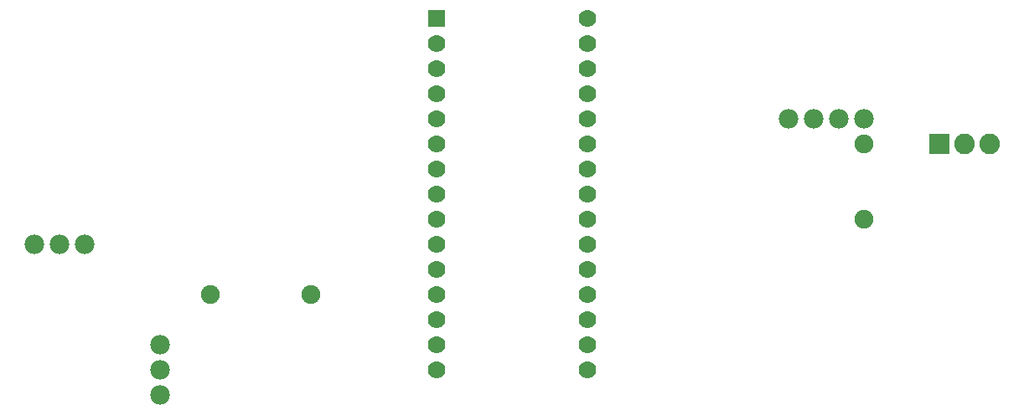
<source format=gtl>
G04 MADE WITH FRITZING*
G04 WWW.FRITZING.ORG*
G04 DOUBLE SIDED*
G04 HOLES PLATED*
G04 CONTOUR ON CENTER OF CONTOUR VECTOR*
%ASAXBY*%
%FSLAX23Y23*%
%MOIN*%
%OFA0B0*%
%SFA1.0B1.0*%
%ADD10C,0.075000*%
%ADD11C,0.082000*%
%ADD12C,0.078000*%
%ADD13C,0.070000*%
%ADD14R,0.082000X0.082000*%
%ADD15R,0.069972X0.070000*%
%LNCOPPER1*%
G90*
G70*
G54D10*
X3391Y1391D03*
X3391Y1091D03*
G54D11*
X3691Y1391D03*
X3791Y1391D03*
X3891Y1391D03*
G54D12*
X591Y591D03*
X591Y491D03*
X591Y391D03*
X291Y991D03*
X191Y991D03*
X91Y991D03*
G54D10*
X791Y791D03*
X1191Y791D03*
G54D12*
X3391Y1491D03*
X3291Y1491D03*
X3191Y1491D03*
X3091Y1491D03*
G54D13*
X1691Y1891D03*
X1691Y1791D03*
X1691Y1691D03*
X1691Y1591D03*
X1691Y1491D03*
X1691Y1391D03*
X1691Y1291D03*
X1691Y1191D03*
X1691Y1091D03*
X1691Y991D03*
X1691Y891D03*
X1691Y791D03*
X1691Y691D03*
X1691Y591D03*
X1691Y491D03*
X2291Y1891D03*
X2291Y1791D03*
X2291Y1691D03*
X2291Y1591D03*
X2291Y1491D03*
X2291Y1391D03*
X2291Y1291D03*
X2291Y1191D03*
X2291Y1091D03*
X2291Y991D03*
X2291Y891D03*
X2291Y791D03*
X2291Y691D03*
X2291Y591D03*
X2291Y491D03*
G54D14*
X3691Y1391D03*
G54D15*
X1691Y1891D03*
G04 End of Copper1*
M02*
</source>
